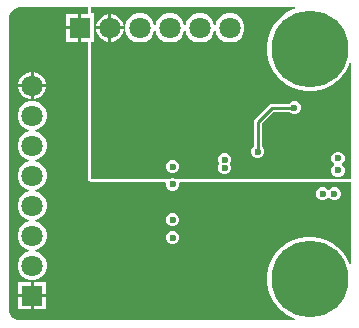
<source format=gbl>
G04*
G04 #@! TF.GenerationSoftware,Altium Limited,Altium Designer,24.10.1 (45)*
G04*
G04 Layer_Physical_Order=4*
G04 Layer_Color=16711680*
%FSLAX25Y25*%
%MOIN*%
G70*
G04*
G04 #@! TF.SameCoordinates,7D61CDC6-73F6-4491-BD7D-58E7267C6A93*
G04*
G04*
G04 #@! TF.FilePolarity,Positive*
G04*
G01*
G75*
%ADD13C,0.01000*%
%ADD24C,0.07087*%
%ADD25R,0.07087X0.07087*%
%ADD26R,0.07087X0.07087*%
%ADD27C,0.25591*%
%ADD28C,0.02362*%
G36*
X107365Y105767D02*
X106794Y105581D01*
X104818Y104574D01*
X103023Y103270D01*
X101454Y101702D01*
X100150Y99907D01*
X99143Y97930D01*
X98457Y95820D01*
X98110Y93629D01*
Y91410D01*
X98457Y89219D01*
X99143Y87109D01*
X100150Y85133D01*
X101454Y83338D01*
X103023Y81769D01*
X104818Y80465D01*
X106794Y79458D01*
X108904Y78772D01*
X111095Y78425D01*
X113314D01*
X115505Y78772D01*
X117615Y79458D01*
X119592Y80465D01*
X121387Y81769D01*
X122955Y83338D01*
X124259Y85133D01*
X125267Y87109D01*
X125452Y87680D01*
X125946Y87601D01*
X125946Y49213D01*
X67483D01*
X66969Y49425D01*
X66102D01*
X65588Y49213D01*
X39370D01*
Y94567D01*
X40472D01*
Y104252D01*
X39370D01*
Y106261D01*
X107286D01*
X107365Y105767D01*
D02*
G37*
G36*
X38350Y104252D02*
X38105Y103953D01*
X36130D01*
Y99410D01*
Y94866D01*
X38105D01*
X38350Y94567D01*
Y49213D01*
X38428Y48822D01*
X38649Y48492D01*
X38980Y48271D01*
X39370Y48193D01*
X64118D01*
X64395Y47777D01*
X64354Y47678D01*
Y46810D01*
X64686Y46009D01*
X65300Y45395D01*
X66102Y45063D01*
X66969D01*
X67771Y45395D01*
X68384Y46009D01*
X68717Y46810D01*
Y47678D01*
X68675Y47777D01*
X68953Y48193D01*
X125946D01*
X125946Y20666D01*
X125452Y20588D01*
X125267Y21158D01*
X124259Y23135D01*
X122955Y24930D01*
X121387Y26499D01*
X119592Y27803D01*
X117615Y28810D01*
X115505Y29495D01*
X113314Y29842D01*
X111095D01*
X108904Y29495D01*
X106794Y28810D01*
X104818Y27803D01*
X103023Y26499D01*
X101454Y24930D01*
X100150Y23135D01*
X99143Y21158D01*
X98457Y19049D01*
X98110Y16857D01*
Y14639D01*
X98457Y12448D01*
X99143Y10338D01*
X100150Y8361D01*
X101454Y6566D01*
X103023Y4997D01*
X104818Y3693D01*
X106794Y2686D01*
X107365Y2501D01*
X107286Y2007D01*
X15364D01*
X14611Y2157D01*
X13901Y2451D01*
X13263Y2877D01*
X12720Y3420D01*
X12293Y4059D01*
X11999Y4768D01*
X11850Y5522D01*
X11850Y5906D01*
Y102362D01*
Y102746D01*
X11999Y103499D01*
X12293Y104209D01*
X12720Y104847D01*
X13263Y105390D01*
X13901Y105817D01*
X14611Y106111D01*
X15364Y106261D01*
X38350D01*
Y104252D01*
D02*
G37*
%LPC*%
G36*
X86267Y104252D02*
X84992D01*
X83761Y103922D01*
X82657Y103284D01*
X81755Y102383D01*
X81117Y101279D01*
X80889Y100425D01*
X80371D01*
X80142Y101279D01*
X79505Y102383D01*
X78603Y103284D01*
X77499Y103922D01*
X76267Y104252D01*
X74992D01*
X73761Y103922D01*
X72657Y103284D01*
X71755Y102383D01*
X71117Y101279D01*
X70889Y100425D01*
X70371D01*
X70142Y101279D01*
X69505Y102383D01*
X68603Y103284D01*
X67499Y103922D01*
X66267Y104252D01*
X64992D01*
X63761Y103922D01*
X62657Y103284D01*
X61755Y102383D01*
X61117Y101279D01*
X60889Y100425D01*
X60371D01*
X60142Y101279D01*
X59505Y102383D01*
X58603Y103284D01*
X57499Y103922D01*
X56267Y104252D01*
X54992D01*
X53761Y103922D01*
X52657Y103284D01*
X51755Y102383D01*
X51117Y101279D01*
X50787Y100047D01*
Y98772D01*
X51117Y97540D01*
X51755Y96436D01*
X52657Y95534D01*
X53761Y94897D01*
X54992Y94567D01*
X56267D01*
X57499Y94897D01*
X58603Y95534D01*
X59505Y96436D01*
X60142Y97540D01*
X60371Y98394D01*
X60889D01*
X61117Y97540D01*
X61755Y96436D01*
X62657Y95534D01*
X63761Y94897D01*
X64992Y94567D01*
X66267D01*
X67499Y94897D01*
X68603Y95534D01*
X69505Y96436D01*
X70142Y97540D01*
X70371Y98394D01*
X70889D01*
X71117Y97540D01*
X71755Y96436D01*
X72657Y95534D01*
X73761Y94897D01*
X74992Y94567D01*
X76267D01*
X77499Y94897D01*
X78603Y95534D01*
X79505Y96436D01*
X80142Y97540D01*
X80371Y98394D01*
X80889D01*
X81117Y97540D01*
X81755Y96436D01*
X82657Y95534D01*
X83761Y94897D01*
X84992Y94567D01*
X86267D01*
X87499Y94897D01*
X88603Y95534D01*
X89505Y96436D01*
X90142Y97540D01*
X90472Y98772D01*
Y100047D01*
X90142Y101279D01*
X89505Y102383D01*
X88603Y103284D01*
X87499Y103922D01*
X86267Y104252D01*
D02*
G37*
G36*
X46228Y103953D02*
X46130D01*
Y99910D01*
X50173D01*
Y100008D01*
X49864Y101163D01*
X49266Y102199D01*
X48420Y103045D01*
X47384Y103643D01*
X46228Y103953D01*
D02*
G37*
G36*
X45130D02*
X45032D01*
X43876Y103643D01*
X42840Y103045D01*
X41994Y102199D01*
X41396Y101163D01*
X41087Y100008D01*
Y99910D01*
X45130D01*
Y103953D01*
D02*
G37*
G36*
X50173Y98909D02*
X46130D01*
Y94866D01*
X46228D01*
X47384Y95176D01*
X48420Y95774D01*
X49266Y96620D01*
X49864Y97656D01*
X50173Y98811D01*
Y98909D01*
D02*
G37*
G36*
X45130D02*
X41087D01*
Y98811D01*
X41396Y97656D01*
X41994Y96620D01*
X42840Y95774D01*
X43876Y95176D01*
X45032Y94866D01*
X45130D01*
Y98909D01*
D02*
G37*
G36*
X107520Y75016D02*
X106653D01*
X105851Y74684D01*
X105315Y74147D01*
X99606D01*
X99104Y74047D01*
X98678Y73763D01*
X93954Y69038D01*
X93669Y68613D01*
X93569Y68110D01*
Y59957D01*
X93033Y59421D01*
X92701Y58619D01*
Y57751D01*
X93033Y56950D01*
X93646Y56336D01*
X94448Y56004D01*
X95316D01*
X96117Y56336D01*
X96731Y56950D01*
X97063Y57751D01*
Y58619D01*
X96731Y59421D01*
X96194Y59957D01*
Y67567D01*
X100150Y71522D01*
X105315D01*
X105851Y70986D01*
X106653Y70653D01*
X107520D01*
X108322Y70986D01*
X108936Y71599D01*
X109268Y72401D01*
Y73269D01*
X108936Y74070D01*
X108322Y74684D01*
X107520Y75016D01*
D02*
G37*
G36*
X66969Y55331D02*
X66102D01*
X65300Y54999D01*
X64686Y54385D01*
X64354Y53584D01*
Y52716D01*
X64686Y51914D01*
X65300Y51301D01*
X66102Y50968D01*
X66969D01*
X67771Y51301D01*
X68384Y51914D01*
X68717Y52716D01*
Y53584D01*
X68384Y54385D01*
X67771Y54999D01*
X66969Y55331D01*
D02*
G37*
G36*
X84292Y57693D02*
X83424D01*
X82623Y57361D01*
X82009Y56747D01*
X81677Y55946D01*
Y55078D01*
X82009Y54276D01*
X82152Y54134D01*
X82009Y53991D01*
X81677Y53190D01*
Y52322D01*
X82009Y51520D01*
X82623Y50907D01*
X83424Y50575D01*
X84292D01*
X85094Y50907D01*
X85707Y51520D01*
X86039Y52322D01*
Y53190D01*
X85707Y53991D01*
X85565Y54134D01*
X85707Y54276D01*
X86039Y55078D01*
Y55946D01*
X85707Y56747D01*
X85094Y57361D01*
X84292Y57693D01*
D02*
G37*
G36*
X122087Y58087D02*
X121220D01*
X120418Y57755D01*
X119805Y57141D01*
X119472Y56339D01*
Y55472D01*
X119805Y54670D01*
X120211Y54264D01*
X120363Y53937D01*
X120211Y53610D01*
X119805Y53204D01*
X119472Y52402D01*
Y51535D01*
X119805Y50733D01*
X120418Y50120D01*
X121220Y49787D01*
X122087D01*
X122889Y50120D01*
X123503Y50733D01*
X123835Y51535D01*
Y52402D01*
X123503Y53204D01*
X123096Y53610D01*
X122944Y53937D01*
X123096Y54264D01*
X123503Y54670D01*
X123835Y55472D01*
Y56339D01*
X123503Y57141D01*
X122889Y57755D01*
X122087Y58087D01*
D02*
G37*
G36*
X35130Y103953D02*
X31087D01*
Y99910D01*
X35130D01*
Y103953D01*
D02*
G37*
G36*
Y98909D02*
X31087D01*
Y94866D01*
X35130D01*
Y98909D01*
D02*
G37*
G36*
X20283Y84740D02*
X20185D01*
Y80697D01*
X24228D01*
Y80795D01*
X23919Y81950D01*
X23321Y82986D01*
X22475Y83832D01*
X21439Y84430D01*
X20283Y84740D01*
D02*
G37*
G36*
X19185D02*
X19087D01*
X17931Y84430D01*
X16895Y83832D01*
X16049Y82986D01*
X15451Y81950D01*
X15142Y80795D01*
Y80697D01*
X19185D01*
Y84740D01*
D02*
G37*
G36*
X24228Y79697D02*
X20185D01*
Y75653D01*
X20283D01*
X21439Y75963D01*
X22475Y76561D01*
X23321Y77407D01*
X23919Y78443D01*
X24228Y79599D01*
Y79697D01*
D02*
G37*
G36*
X19185D02*
X15142D01*
Y79599D01*
X15451Y78443D01*
X16049Y77407D01*
X16895Y76561D01*
X17931Y75963D01*
X19087Y75653D01*
X19185D01*
Y79697D01*
D02*
G37*
G36*
X120906Y46276D02*
X120039D01*
X119237Y45943D01*
X118831Y45537D01*
X118504Y45386D01*
X118177Y45537D01*
X117771Y45943D01*
X116969Y46276D01*
X116102D01*
X115300Y45943D01*
X114686Y45330D01*
X114354Y44528D01*
Y43661D01*
X114686Y42859D01*
X115300Y42245D01*
X116102Y41913D01*
X116969D01*
X117771Y42245D01*
X118177Y42652D01*
X118504Y42803D01*
X118831Y42652D01*
X119237Y42245D01*
X120039Y41913D01*
X120906D01*
X121708Y42245D01*
X122321Y42859D01*
X122653Y43661D01*
Y44528D01*
X122321Y45330D01*
X121708Y45943D01*
X120906Y46276D01*
D02*
G37*
G36*
X66969Y37614D02*
X66102D01*
X65300Y37282D01*
X64686Y36669D01*
X64354Y35867D01*
Y34999D01*
X64686Y34198D01*
X65300Y33584D01*
X66102Y33252D01*
X66969D01*
X67771Y33584D01*
X68384Y34198D01*
X68717Y34999D01*
Y35867D01*
X68384Y36669D01*
X67771Y37282D01*
X66969Y37614D01*
D02*
G37*
G36*
Y31709D02*
X66102D01*
X65300Y31377D01*
X64686Y30763D01*
X64354Y29961D01*
Y29094D01*
X64686Y28292D01*
X65300Y27678D01*
X66102Y27347D01*
X66969D01*
X67771Y27678D01*
X68384Y28292D01*
X68717Y29094D01*
Y29961D01*
X68384Y30763D01*
X67771Y31377D01*
X66969Y31709D01*
D02*
G37*
G36*
X20323Y75039D02*
X19048D01*
X17816Y74709D01*
X16712Y74072D01*
X15810Y73170D01*
X15173Y72066D01*
X14842Y70834D01*
Y69559D01*
X15173Y68328D01*
X15810Y67224D01*
X16712Y66322D01*
X17816Y65684D01*
X18669Y65456D01*
Y64938D01*
X17816Y64709D01*
X16712Y64072D01*
X15810Y63170D01*
X15173Y62066D01*
X14842Y60834D01*
Y59559D01*
X15173Y58328D01*
X15810Y57223D01*
X16712Y56322D01*
X17816Y55684D01*
X18669Y55456D01*
Y54938D01*
X17816Y54709D01*
X16712Y54072D01*
X15810Y53170D01*
X15173Y52066D01*
X14842Y50834D01*
Y49559D01*
X15173Y48328D01*
X15810Y47223D01*
X16712Y46322D01*
X17816Y45684D01*
X18669Y45456D01*
Y44938D01*
X17816Y44709D01*
X16712Y44072D01*
X15810Y43170D01*
X15173Y42066D01*
X14842Y40834D01*
Y39559D01*
X15173Y38328D01*
X15810Y37224D01*
X16712Y36322D01*
X17816Y35684D01*
X18669Y35456D01*
Y34938D01*
X17816Y34709D01*
X16712Y34072D01*
X15810Y33170D01*
X15173Y32066D01*
X14842Y30834D01*
Y29559D01*
X15173Y28328D01*
X15810Y27224D01*
X16712Y26322D01*
X17816Y25684D01*
X18669Y25456D01*
Y24938D01*
X17816Y24709D01*
X16712Y24072D01*
X15810Y23170D01*
X15173Y22066D01*
X14842Y20834D01*
Y19559D01*
X15173Y18328D01*
X15810Y17223D01*
X16712Y16322D01*
X17816Y15684D01*
X19048Y15354D01*
X20323D01*
X21554Y15684D01*
X22658Y16322D01*
X23560Y17223D01*
X24198Y18328D01*
X24528Y19559D01*
Y20834D01*
X24198Y22066D01*
X23560Y23170D01*
X22658Y24072D01*
X21554Y24709D01*
X20701Y24938D01*
Y25456D01*
X21554Y25684D01*
X22658Y26322D01*
X23560Y27224D01*
X24198Y28328D01*
X24528Y29559D01*
Y30834D01*
X24198Y32066D01*
X23560Y33170D01*
X22658Y34072D01*
X21554Y34709D01*
X20701Y34938D01*
Y35456D01*
X21554Y35684D01*
X22658Y36322D01*
X23560Y37224D01*
X24198Y38328D01*
X24528Y39559D01*
Y40834D01*
X24198Y42066D01*
X23560Y43170D01*
X22658Y44072D01*
X21554Y44709D01*
X20701Y44938D01*
Y45456D01*
X21554Y45684D01*
X22658Y46322D01*
X23560Y47223D01*
X24198Y48328D01*
X24528Y49559D01*
Y50834D01*
X24198Y52066D01*
X23560Y53170D01*
X22658Y54072D01*
X21554Y54709D01*
X20701Y54938D01*
Y55456D01*
X21554Y55684D01*
X22658Y56322D01*
X23560Y57223D01*
X24198Y58328D01*
X24528Y59559D01*
Y60834D01*
X24198Y62066D01*
X23560Y63170D01*
X22658Y64072D01*
X21554Y64709D01*
X20701Y64938D01*
Y65456D01*
X21554Y65684D01*
X22658Y66322D01*
X23560Y67224D01*
X24198Y68328D01*
X24528Y69559D01*
Y70834D01*
X24198Y72066D01*
X23560Y73170D01*
X22658Y74072D01*
X21554Y74709D01*
X20323Y75039D01*
D02*
G37*
G36*
X24228Y14740D02*
X20185D01*
Y10697D01*
X24228D01*
Y14740D01*
D02*
G37*
G36*
X19185D02*
X15142D01*
Y10697D01*
X19185D01*
Y14740D01*
D02*
G37*
G36*
X24228Y9697D02*
X20185D01*
Y5654D01*
X24228D01*
Y9697D01*
D02*
G37*
G36*
X19185D02*
X15142D01*
Y5654D01*
X19185D01*
Y9697D01*
D02*
G37*
%LPD*%
D13*
X94882Y58185D02*
Y68110D01*
X99606Y72835D02*
X107087D01*
X94882Y68110D02*
X99606Y72835D01*
D24*
X19685Y80197D02*
D03*
Y70197D02*
D03*
Y30197D02*
D03*
Y20197D02*
D03*
Y40197D02*
D03*
Y50197D02*
D03*
Y60197D02*
D03*
X85630Y99410D02*
D03*
X75630D02*
D03*
X65630D02*
D03*
X45630D02*
D03*
X55630D02*
D03*
D25*
X19685Y10197D02*
D03*
D26*
X35630Y99410D02*
D03*
D27*
X112205Y15748D02*
D03*
Y92520D02*
D03*
D28*
X107874Y44094D02*
D03*
X120472D02*
D03*
X121653Y51968D02*
D03*
Y64173D02*
D03*
X51575Y61811D02*
D03*
X116535Y44094D02*
D03*
X111811D02*
D03*
X121653Y60236D02*
D03*
Y55905D02*
D03*
X94882Y58185D02*
D03*
X107087Y72835D02*
D03*
X66535Y29528D02*
D03*
Y35433D02*
D03*
X83858Y55512D02*
D03*
Y52756D02*
D03*
X66535Y47244D02*
D03*
Y53150D02*
D03*
X112205Y6083D02*
D03*
X102362Y15925D02*
D03*
X122047D02*
D03*
X112205Y25768D02*
D03*
X119164Y8965D02*
D03*
X105245D02*
D03*
X119164Y22885D02*
D03*
X105245D02*
D03*
X112205Y82677D02*
D03*
X102362Y92520D02*
D03*
X122047D02*
D03*
X112205Y102362D02*
D03*
X119164Y85560D02*
D03*
X105245D02*
D03*
X119164Y99479D02*
D03*
X105245D02*
D03*
M02*

</source>
